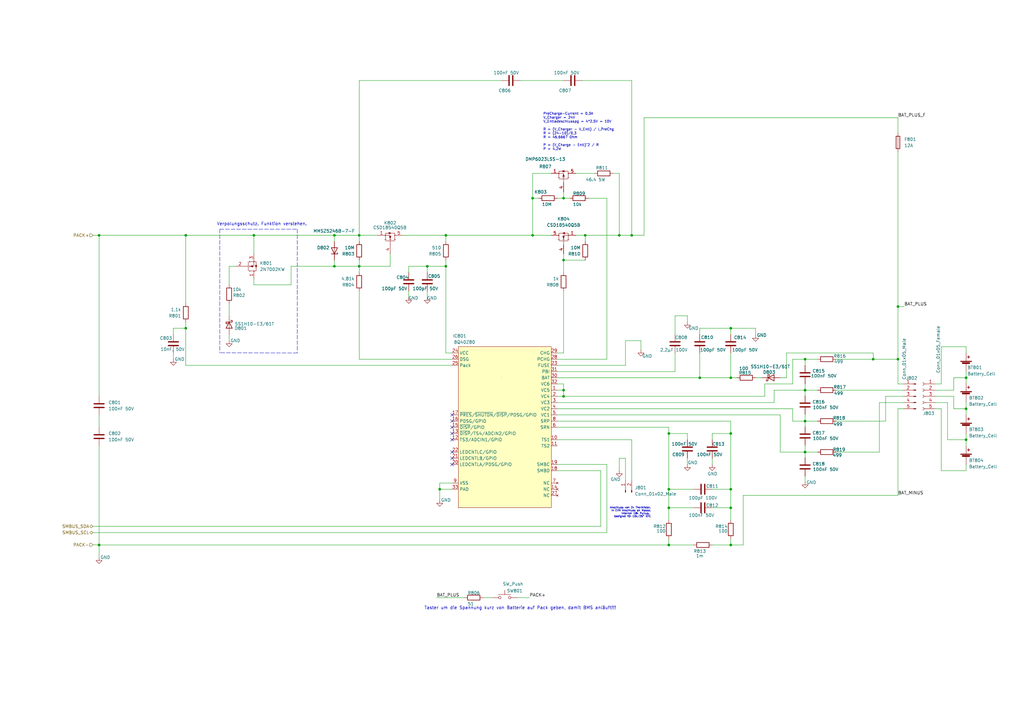
<source format=kicad_sch>
(kicad_sch (version 20250114) (generator "eeschema") (generator_version "9.0")
  (paper "A3")
  (title_block (date "2022-01-24"))
  (lib_symbols
    (symbol "Connector:Conn_01x02_Male" (pin_names (offset 1.016) (hide yes))
      (property "Reference" "J" (at 0 2.54 0))
      (property "Value" "Conn_01x02_Male" (at 0 -5.08 0))
      (symbol "Conn_01x02_Male_1_1"
        (rectangle (start 0.8636 0.127) (end 0 -0.127) (stroke (width 0.1524)) (fill (type outline)))
        (rectangle (start 0.8636 -2.413) (end 0 -2.667) (stroke (width 0.1524)) (fill (type outline)))
        (polyline (pts (xy 1.27 0) (xy 0.8636 0)) (stroke (width 0.1524)))
        (polyline (pts (xy 1.27 -2.54) (xy 0.8636 -2.54)) (stroke (width 0.1524)))
        (pin passive line (at 5.08 0 180) (length 3.81) (name "Pin_1") (number "1"))
        (pin passive line (at 5.08 -2.54 180) (length 3.81) (name "Pin_2") (number "2"))
      )
    )
    (symbol "Connector:Conn_01x05_Female" (pin_names (offset 1.016) (hide yes))
      (property "Reference" "J" (at 0 7.62 0))
      (property "Value" "Conn_01x05_Female" (at 0 -7.62 0))
      (symbol "Conn_01x05_Female_1_1"
        (polyline (pts (xy -1.27 5.08) (xy -0.508 5.08)) (stroke (width 0.1524)))
        (polyline (pts (xy -1.27 2.54) (xy -0.508 2.54)) (stroke (width 0.1524)))
        (polyline (pts (xy -1.27 0) (xy -0.508 0)) (stroke (width 0.1524)))
        (polyline (pts (xy -1.27 -2.54) (xy -0.508 -2.54)) (stroke (width 0.1524)))
        (polyline (pts (xy -1.27 -5.08) (xy -0.508 -5.08)) (stroke (width 0.1524)))
        (arc (start 0 4.572) (mid -0.5058 5.08) (end 0 5.588) (stroke (width 0.1524)))
        (arc (start 0 2.032) (mid -0.5058 2.54) (end 0 3.048) (stroke (width 0.1524)))
        (arc (start 0 -0.508) (mid -0.5058 0) (end 0 0.508) (stroke (width 0.1524)))
        (arc (start 0 -3.048) (mid -0.5058 -2.54) (end 0 -2.032) (stroke (width 0.1524)))
        (arc (start 0 -5.588) (mid -0.5058 -5.08) (end 0 -4.572) (stroke (width 0.1524)))
        (pin passive line (at -5.08 5.08 0) (length 3.81) (name "Pin_1") (number "1"))
        (pin passive line (at -5.08 2.54 0) (length 3.81) (name "Pin_2") (number "2"))
        (pin passive line (at -5.08 0 0) (length 3.81) (name "Pin_3") (number "3"))
        (pin passive line (at -5.08 -2.54 0) (length 3.81) (name "Pin_4") (number "4"))
        (pin passive line (at -5.08 -5.08 0) (length 3.81) (name "Pin_5") (number "5"))
      )
    )
    (symbol "Connector:Conn_01x05_Male" (pin_names (offset 1.016) (hide yes))
      (property "Reference" "J" (at 0 7.62 0))
      (property "Value" "Conn_01x05_Male" (at 0 -7.62 0))
      (symbol "Conn_01x05_Male_1_1"
        (rectangle (start 0.8636 5.207) (end 0 4.953) (stroke (width 0.1524)) (fill (type outline)))
        (rectangle (start 0.8636 2.667) (end 0 2.413) (stroke (width 0.1524)) (fill (type outline)))
        (rectangle (start 0.8636 0.127) (end 0 -0.127) (stroke (width 0.1524)) (fill (type outline)))
        (rectangle (start 0.8636 -2.413) (end 0 -2.667) (stroke (width 0.1524)) (fill (type outline)))
        (rectangle (start 0.8636 -4.953) (end 0 -5.207) (stroke (width 0.1524)) (fill (type outline)))
        (polyline (pts (xy 1.27 5.08) (xy 0.8636 5.08)) (stroke (width 0.1524)))
        (polyline (pts (xy 1.27 2.54) (xy 0.8636 2.54)) (stroke (width 0.1524)))
        (polyline (pts (xy 1.27 0) (xy 0.8636 0)) (stroke (width 0.1524)))
        (polyline (pts (xy 1.27 -2.54) (xy 0.8636 -2.54)) (stroke (width 0.1524)))
        (polyline (pts (xy 1.27 -5.08) (xy 0.8636 -5.08)) (stroke (width 0.1524)))
        (pin passive line (at 5.08 5.08 180) (length 3.81) (name "Pin_1") (number "1"))
        (pin passive line (at 5.08 2.54 180) (length 3.81) (name "Pin_2") (number "2"))
        (pin passive line (at 5.08 0 180) (length 3.81) (name "Pin_3") (number "3"))
        (pin passive line (at 5.08 -2.54 180) (length 3.81) (name "Pin_4") (number "4"))
        (pin passive line (at 5.08 -5.08 180) (length 3.81) (name "Pin_5") (number "5"))
      )
    )
    (symbol "Device:Battery_Cell" (pin_numbers (hide yes)) (pin_names (offset 0) (hide yes))
      (property "Reference" "BT" (at 2.54 2.54 0))
      (property "Value" "Battery_Cell" (at 2.54 0 0))
      (symbol "Battery_Cell_0_1"
        (rectangle (start -2.286 1.778) (end 2.286 1.524) (fill (type outline)))
        (rectangle (start -1.5748 1.1938) (end 1.4732 0.6858) (fill (type outline)))
        (polyline (pts (xy 0 1.778) (xy 0 2.54)))
        (polyline (pts (xy 0 0.762) (xy 0 0)))
        (polyline (pts (xy 0.508 3.429) (xy 1.524 3.429)) (stroke (width 0.254)))
        (polyline (pts (xy 1.016 3.937) (xy 1.016 2.921)) (stroke (width 0.254)))
      )
      (symbol "Battery_Cell_1_1"
        (pin passive line (at 0 5.08 270) (length 2.54) (name "+") (number "1"))
        (pin passive line (at 0 -2.54 90) (length 2.54) (name "-") (number "2"))
      )
    )
    (symbol "Device:C" (pin_numbers (hide yes)) (pin_names (offset 0.254))
      (property "Reference" "C" (at 0.635 2.54 0))
      (property "Value" "C" (at 0.635 -2.54 0))
      (symbol "C_0_1"
        (polyline (pts (xy -2.032 0.762) (xy 2.032 0.762)) (stroke (width 0.508)))
        (polyline (pts (xy -2.032 -0.762) (xy 2.032 -0.762)) (stroke (width 0.508)))
      )
      (symbol "C_1_1"
        (pin passive line (at 0 3.81 270) (length 2.794) (name "~") (number "1"))
        (pin passive line (at 0 -3.81 90) (length 2.794) (name "~") (number "2"))
      )
    )
    (symbol "Device:D_Schottky" (pin_numbers (hide yes)) (pin_names (offset 1.016) (hide yes))
      (property "Reference" "D" (at 0 2.54 0))
      (property "Value" "D_Schottky" (at 0 -2.54 0))
      (symbol "D_Schottky_0_1"
        (polyline (pts (xy -1.905 0.635) (xy -1.905 1.27) (xy -1.27 1.27) (xy -1.27 -1.27) (xy -0.635 -1.27) (xy -0.635 -0.635)) (stroke (width 0.254)))
        (polyline (pts (xy 1.27 1.27) (xy 1.27 -1.27) (xy -1.27 0) (xy 1.27 1.27)) (stroke (width 0.254)))
        (polyline (pts (xy 1.27 0) (xy -1.27 0)))
      )
      (symbol "D_Schottky_1_1"
        (pin passive line (at -3.81 0 0) (length 2.54) (name "K") (number "1"))
        (pin passive line (at 3.81 0 180) (length 2.54) (name "A") (number "2"))
      )
    )
    (symbol "Device:D_Zener" (pin_numbers (hide yes)) (pin_names (offset 1.016) (hide yes))
      (property "Reference" "D" (at 0 2.54 0))
      (property "Value" "D_Zener" (at 0 -2.54 0))
      (symbol "D_Zener_0_1"
        (polyline (pts (xy -1.27 -1.27) (xy -1.27 1.27) (xy -0.762 1.27)) (stroke (width 0.254)))
        (polyline (pts (xy 1.27 0) (xy -1.27 0)))
        (polyline (pts (xy 1.27 -1.27) (xy 1.27 1.27) (xy -1.27 0) (xy 1.27 -1.27)) (stroke (width 0.254)))
      )
      (symbol "D_Zener_1_1"
        (pin passive line (at -3.81 0 0) (length 2.54) (name "K") (number "1"))
        (pin passive line (at 3.81 0 180) (length 2.54) (name "A") (number "2"))
      )
    )
    (symbol "Device:Fuse" (pin_numbers (hide yes)) (pin_names (offset 0))
      (property "Reference" "F" (at 2.032 0 90))
      (property "Value" "Fuse" (at -1.905 0 90))
      (symbol "Fuse_0_1"
        (rectangle (start -0.762 -2.54) (end 0.762 2.54) (stroke (width 0.254)))
        (polyline (pts (xy 0 2.54) (xy 0 -2.54)))
      )
      (symbol "Fuse_1_1"
        (pin passive line (at 0 3.81 270) (length 1.27) (name "~") (number "1"))
        (pin passive line (at 0 -3.81 90) (length 1.27) (name "~") (number "2"))
      )
    )
    (symbol "Device:R" (pin_numbers (hide yes)) (pin_names (offset 0))
      (property "Reference" "R" (at 2.032 0 90))
      (property "Value" "R" (at 0 0 90))
      (symbol "R_0_1"
        (rectangle (start -1.016 -2.54) (end 1.016 2.54) (stroke (width 0.254)))
      )
      (symbol "R_1_1"
        (pin passive line (at 0 3.81 270) (length 1.27) (name "~") (number "1"))
        (pin passive line (at 0 -3.81 90) (length 1.27) (name "~") (number "2"))
      )
    )
    (symbol "HER_Symbole:BQ40Z80"
      (property "Reference" "U?" (at -6.985 -7.62 0))
      (property "Value" "BQ40Z80" (at -6.985 -10.16 0))
      (symbol "BQ40Z80_0_1"
        (rectangle (start -12.7 -12.7) (end 25.4 -78.74) (fill (type background)))
        (rectangle (start 7.62 -25.4) (end 7.62 -25.4))
      )
      (symbol "BQ40Z80_1_1"
        (pin output line (at -15.24 -15.24 0) (length 2.54) (name "CHG") (number "29"))
        (pin output line (at -15.24 -17.78 0) (length 2.54) (name "PCHG") (number "28"))
        (pin output line (at -15.24 -20.32 0) (length 2.54) (name "FUSE") (number "23"))
        (pin power_in line (at -15.24 -22.86 0) (length 2.54) (name "PBI") (number "31"))
        (pin power_in line (at -15.24 -25.4 0) (length 2.54) (name "BAT") (number "30"))
        (pin input line (at -15.24 -27.94 0) (length 2.54) (name "VC6") (number "32"))
        (pin input line (at -15.24 -30.48 0) (length 2.54) (name "VC5") (number "1"))
        (pin input line (at -15.24 -33.02 0) (length 2.54) (name "VC4") (number "2"))
        (pin input line (at -15.24 -35.56 0) (length 2.54) (name "VC3") (number "3"))
        (pin input line (at -15.24 -38.1 0) (length 2.54) (name "VC2") (number "4"))
        (pin input line (at -15.24 -40.64 0) (length 2.54) (name "VC1") (number "5"))
        (pin input line (at -15.24 -43.18 0) (length 2.54) (name "SRP") (number "8"))
        (pin input line (at -15.24 -45.72 0) (length 2.54) (name "SRN") (number "6"))
        (pin bidirectional line (at -15.24 -50.8 0) (length 2.54) (name "TS1") (number "10"))
        (pin input line (at -15.24 -53.34 0) (length 2.54) (name "TS2") (number "11"))
        (pin bidirectional line (at -15.24 -60.96 0) (length 2.54) (name "SMBC") (number "19"))
        (pin bidirectional line (at -15.24 -63.5 0) (length 2.54) (name "SMBD") (number "18"))
        (pin no_connect line (at -15.24 -68.58 0) (length 2.54) (name "NC") (number "7"))
        (pin no_connect line (at -15.24 -71.12 0) (length 2.54) (name "NC") (number "14"))
        (pin no_connect line (at -15.24 -73.66 0) (length 2.54) (name "NC") (number "27"))
        (pin power_in line (at 27.94 -15.24 180) (length 2.54) (name "VCC") (number "24"))
        (pin output line (at 27.94 -17.78 180) (length 2.54) (name "DSG") (number "26"))
        (pin output line (at 27.94 -20.32 180) (length 2.54) (name "Pack") (number "25"))
        (pin bidirectional line (at 27.94 -40.64 180) (length 2.54) (name "~{PRES}/~{SHUTDN}/~{DISP}/PDSG/GPIO") (number "17"))
        (pin bidirectional line (at 27.94 -43.18 180) (length 2.54) (name "PDSG/GPIO") (number "16"))
        (pin bidirectional line (at 27.94 -45.72 180) (length 2.54) (name "~{DISP}/GPIO") (number "15"))
        (pin bidirectional line (at 27.94 -48.26 180) (length 2.54) (name "~{DISP}/TS4/ADCIN2/GPIO") (number "13"))
        (pin bidirectional line (at 27.94 -50.8 180) (length 2.54) (name "TS3/ADCIN1/GPIO") (number "12"))
        (pin output line (at 27.94 -55.88 180) (length 2.54) (name "LEDCNTLC/GPIO") (number "22"))
        (pin output line (at 27.94 -58.42 180) (length 2.54) (name "LEDCNTLB/GPIO") (number "21"))
        (pin output line (at 27.94 -60.96 180) (length 2.54) (name "LEDCNTLA/PDSG/GPIO") (number "20"))
        (pin power_in line (at 27.94 -68.58 180) (length 2.54) (name "VSS") (number "9"))
        (pin passive line (at 27.94 -71.12 180) (length 2.54) (name "PAD") (number "33"))
      )
    )
    (symbol "HER_Symbole:NMOS_FET"
      (property "Reference" "K" (at 5.461 2.159 0))
      (property "Value" "NMOS_FET" (at 8.255 5.334 0))
      (symbol "NMOS_FET_0_1"
        (polyline (pts (xy -3.81 0) (xy -2.286 0)))
        (polyline (pts (xy -2.286 -1.905) (xy -2.286 1.905)))
        (polyline (pts (xy -1.778 2.286) (xy -1.778 1.524)))
        (polyline (pts (xy -1.778 1.905) (xy 0 1.905)))
        (polyline (pts (xy -1.778 0.381) (xy -1.778 -0.381)))
        (polyline (pts (xy -1.778 0) (xy 0 0) (xy 0 2.032)))
        (polyline (pts (xy -1.778 -1.524) (xy -1.778 -2.286)))
        (polyline (pts (xy -1.778 -1.905) (xy 0.254 -1.905) (xy 0.889 -1.905) (xy 0.889 1.905) (xy 0.254 1.905) (xy 0 1.905)))
        (polyline (pts (xy -1.397 0) (xy -0.508 0.381) (xy -0.508 -0.381) (xy -1.397 0)) (fill (type outline)))
        (circle (center 0 1.905) (radius 0.127))
        (circle (center 0 -1.905) (radius 0.127))
        (polyline (pts (xy 0.508 -0.254) (xy 1.27 -0.254)))
        (polyline (pts (xy 0.889 -0.254) (xy 1.27 0.381) (xy 0.508 0.381) (xy 0.889 -0.254)) (fill (type outline)))
      )
      (symbol "NMOS_FET_1_1"
        (pin passive line (at -7.62 0 0) (length 3.81) (name "") (number "2"))
        (pin passive line (at 0 5.08 270) (length 3.048) (name "") (number "3"))
        (pin passive line (at 0 -5.08 90) (length 3.048) (name "") (number "1"))
      )
    )
    (symbol "HER_Symbole:NMOS_FET_8-Pin+EP"
      (property "Reference" "K" (at 0.127 4.318 0))
      (property "Value" "NMOS_FET_8-Pin+EP" (at -3.81 7.366 0))
      (symbol "NMOS_FET_8-Pin+EP_0_1"
        (polyline (pts (xy 3.81 0) (xy 5.334 0)))
        (polyline (pts (xy 5.334 -1.905) (xy 5.334 1.905)))
        (polyline (pts (xy 5.842 2.286) (xy 5.842 1.524)))
        (polyline (pts (xy 5.842 1.905) (xy 7.62 1.905)))
        (polyline (pts (xy 5.842 0.381) (xy 5.842 -0.381)))
        (polyline (pts (xy 5.842 0) (xy 7.62 0) (xy 7.62 2.032)))
        (polyline (pts (xy 5.842 -1.524) (xy 5.842 -2.286)))
        (polyline (pts (xy 5.842 -1.905) (xy 7.874 -1.905) (xy 8.509 -1.905) (xy 8.509 1.905) (xy 7.874 1.905) (xy 7.62 1.905)))
        (polyline (pts (xy 6.35 0) (xy 7.239 0.381) (xy 7.239 -0.381) (xy 6.35 0)) (fill (type outline)))
        (circle (center 7.62 1.905) (radius 0.127))
        (circle (center 7.62 -1.905) (radius 0.127))
        (polyline (pts (xy 8.128 -0.127) (xy 8.89 -0.127)))
        (polyline (pts (xy 8.509 -0.127) (xy 8.128 0.508) (xy 8.89 0.508) (xy 8.509 -0.127)) (fill (type outline)))
      )
      (symbol "NMOS_FET_8-Pin+EP_1_1"
        (pin passive line (at 0 0 0) (length 3.81) (name "") (number "4"))
        (pin passive line (at 7.62 5.08 270) (length 3.048) (name "") (number "1"))
        (pin passive line (at 7.62 5.08 270) (length 3.048) (hide yes) (name "") (number "2"))
        (pin passive line (at 7.62 5.08 270) (length 3.048) (hide yes) (name "") (number "3"))
        (pin passive line (at 7.62 -5.08 90) (length 3.048) (name "") (number "5"))
        (pin passive line (at 7.62 -5.08 90) (length 3.048) (hide yes) (name "") (number "6"))
        (pin passive line (at 7.62 -5.08 90) (length 3.048) (hide yes) (name "") (number "7"))
        (pin passive line (at 7.62 -5.08 90) (length 3.048) (hide yes) (name "") (number "8"))
        (pin passive line (at 7.62 -5.08 90) (length 3.048) (hide yes) (name "") (number "9"))
      )
    )
    (symbol "HER_Symbole:PMOS_FET_SOIC-8"
      (property "Reference" "K" (at 0.127 4.318 0))
      (property "Value" "PMOS_FET_SOIC-8" (at -3.81 7.366 0))
      (symbol "PMOS_FET_SOIC-8_0_1"
        (polyline (pts (xy 3.81 0) (xy 5.334 0)))
        (polyline (pts (xy 5.334 -1.905) (xy 5.334 1.905)))
        (polyline (pts (xy 5.842 2.286) (xy 5.842 1.524)))
        (polyline (pts (xy 5.842 1.905) (xy 7.62 1.905)))
        (polyline (pts (xy 5.842 0.381) (xy 5.842 -0.381)))
        (polyline (pts (xy 5.842 0) (xy 7.62 0) (xy 7.62 2.032)))
        (polyline (pts (xy 5.842 -1.524) (xy 5.842 -2.286)))
        (polyline (pts (xy 5.842 -1.905) (xy 7.874 -1.905) (xy 8.509 -1.905) (xy 8.509 1.905) (xy 7.874 1.905) (xy 7.62 1.905)))
        (polyline (pts (xy 7.239 0) (xy 6.35 -0.381) (xy 6.35 0.381) (xy 7.239 0)) (fill (type outline)))
        (circle (center 7.62 1.905) (radius 0.127))
        (circle (center 7.62 -1.905) (radius 0.127))
        (polyline (pts (xy 8.128 0.381) (xy 8.89 0.381)))
        (polyline (pts (xy 8.509 0.381) (xy 8.128 -0.254) (xy 8.89 -0.254) (xy 8.509 0.381)) (fill (type outline)))
      )
      (symbol "PMOS_FET_SOIC-8_1_1"
        (pin passive line (at 0 0 0) (length 3.81) (name "") (number "4"))
        (pin passive line (at 7.62 5.08 270) (length 3.048) (name "") (number "1"))
        (pin passive line (at 7.62 5.08 270) (length 3.048) (hide yes) (name "") (number "2"))
        (pin passive line (at 7.62 5.08 270) (length 3.048) (hide yes) (name "") (number "3"))
        (pin passive line (at 7.62 -5.08 90) (length 3.048) (name "") (number "5"))
        (pin passive line (at 7.62 -5.08 90) (length 3.048) (hide yes) (name "") (number "6"))
        (pin passive line (at 7.62 -5.08 90) (length 3.048) (hide yes) (name "") (number "7"))
        (pin passive line (at 7.62 -5.08 90) (length 3.048) (hide yes) (name "") (number "8"))
      )
    )
    (symbol "Switch:SW_Push" (pin_numbers (hide yes)) (pin_names (offset 1.016) (hide yes))
      (property "Reference" "SW" (at 1.27 2.54 0))
      (property "Value" "SW_Push" (at 0 -1.524 0))
      (symbol "SW_Push_0_1"
        (circle (center -2.032 0) (radius 0.508))
        (polyline (pts (xy 0 1.27) (xy 0 3.048)))
        (circle (center 2.032 0) (radius 0.508))
        (polyline (pts (xy 2.54 1.27) (xy -2.54 1.27)))
        (pin passive line (at -5.08 0 0) (length 2.54) (name "1") (number "1"))
        (pin passive line (at 5.08 0 180) (length 2.54) (name "2") (number "2"))
      )
    )
    (symbol "power:GND" (power) (pin_names (offset 0))
      (property "Value" "GND" (at 0 -3.81 0))
      (symbol "GND_0_1"
        (polyline (pts (xy 0 0) (xy 0 -1.27) (xy 1.27 -1.27) (xy 0 -2.54) (xy -1.27 -1.27) (xy 0 -1.27)))
      )
      (symbol "GND_1_1"
        (pin power_in line (at 0 0 270) (length 0) (hide yes) (name "GND") (number "1"))
      )
    )
  )
  (text "PreCharge-Current = 0,3A\nV_Charger = 24V\nV_Entladeschlusspg = 4*2,5V = 10V\n\nR = (V_Charger - V_Entl) / I_PreChg\nR = (24-10)/0,3\nR = 46,6667 Ohm\n\nP = (V_Charge - Entl)^2 / R\nP = 4,2W" (at 222.758 61.849 0) (effects (font (size 1 1)) (justify left bottom)))
  (text "Verpolungsschutz. Funktion verstehen." (at 88.9 92.71 0) (effects (font (size 1.27 1.27)) (justify left bottom)))
  (text "Anschluss von 2x Thermistor.\nIn EVM Anschluss an Masse.\nInterner 18k Pullup. \nGeeignet für 10k/25° NTC" (at 267.0175 212.4075 0) (effects (font (size 0.75 0.75)) (justify right bottom)))
  (text "Taster um die Spannung kurz von Batterie auf Pack geben, damit BMS anläuft!!!" (at 173.99 250.19 0) (effects (font (size 1.27 1.27)) (justify left bottom)))
  (junction (at 231.14 81.28))
  (junction (at 274.32 208.28))
  (junction (at 330.2 185.42))
  (junction (at 104.14 96.52))
  (junction (at 299.72 154.94))
  (junction (at 240.03 96.52))
  (junction (at 396.24 167.64))
  (junction (at 76.2 134.62))
  (junction (at 274.32 223.52))
  (junction (at 182.88 109.22))
  (junction (at 254 96.52))
  (junction (at 358.14 147.32))
  (junction (at 299.72 208.28))
  (junction (at 40.64 223.52))
  (junction (at 175.26 109.22))
  (junction (at 76.2 96.52))
  (junction (at 330.2 147.32))
  (junction (at 218.44 96.52))
  (junction (at 368.3 125.73))
  (junction (at 147.32 109.22))
  (junction (at 396.24 154.94))
  (junction (at 40.64 96.52))
  (junction (at 231.14 162.56))
  (junction (at 287.02 154.94))
  (junction (at 147.32 96.52))
  (junction (at 137.16 109.22))
  (junction (at 299.72 200.66))
  (junction (at 330.2 160.02))
  (junction (at 299.72 223.52))
  (junction (at 274.32 177.8))
  (junction (at 259.08 96.52))
  (junction (at 137.16 96.52))
  (junction (at 299.72 177.8))
  (junction (at 330.2 172.72))
  (junction (at 218.44 81.28))
  (junction (at 180.34 200.66))
  (junction (at 231.14 160.02))
  (junction (at 274.32 200.66))
  (junction (at 368.3 147.32))
  (junction (at 182.88 96.52))
  (junction (at 299.72 134.62))
  (junction (at 396.24 180.34))
  (junction (at 231.14 106.68))
  (no_connect (at 185.42 170.18))
  (no_connect (at 185.42 180.34))
  (no_connect (at 185.42 177.8))
  (no_connect (at 185.42 175.26))
  (no_connect (at 185.42 172.72))
  (no_connect (at 185.42 190.5))
  (no_connect (at 185.42 187.96))
  (no_connect (at 185.42 185.42))
  (wire (pts (xy 335.28 172.72) (xy 330.2 172.72)))
  (wire (pts (xy 330.2 160.02) (xy 330.2 162.306)))
  (wire (pts (xy 231.14 157.48) (xy 231.14 160.02)))
  (wire (pts (xy 40.64 170.18) (xy 40.64 175.26)))
  (wire (pts (xy 335.28 160.02) (xy 330.2 160.02)))
  (wire (pts (xy 119.38 109.22) (xy 137.16 109.22)))
  (wire (pts (xy 147.32 147.32) (xy 185.42 147.32)))
  (wire (pts (xy 104.14 96.52) (xy 137.16 96.52)))
  (wire (pts (xy 287.02 134.62) (xy 287.02 137.16)))
  (wire (pts (xy 299.72 220.98) (xy 299.72 223.52)))
  (wire (pts (xy 383.54 160.02) (xy 391.16 160.02)))
  (wire (pts (xy 281.94 187.96) (xy 281.94 190.5)))
  (wire (pts (xy 274.32 208.28) (xy 274.32 200.66)))
  (wire (pts (xy 299.72 172.72) (xy 299.72 177.8)))
  (wire (pts (xy 368.3 48.26) (xy 368.3 54.61)))
  (wire (pts (xy 231.14 81.28) (xy 233.68 81.28)))
  (wire (pts (xy 396.24 144.78) (xy 396.24 142.24)))
  (wire (pts (xy 370.586 162.56) (xy 363.22 162.56)))
  (wire (pts (xy 93.98 137.16) (xy 93.98 139.7)))
  (wire (pts (xy 231.14 119.38) (xy 231.14 144.78)))
  (wire (pts (xy 218.44 71.12) (xy 218.44 81.28)))
  (wire (pts (xy 185.42 144.78) (xy 182.88 144.78)))
  (wire (pts (xy 256.54 187.96) (xy 254 187.96)))
  (wire (pts (xy 240.03 96.52) (xy 240.03 99.06)))
  (polyline (pts (xy 90.17 93.98) (xy 121.92 93.98)) (stroke (width 0) (type dash)))
  (wire (pts (xy 96.52 109.22) (xy 93.98 109.22)))
  (wire (pts (xy 330.2 160.02) (xy 317.5 160.02)))
  (wire (pts (xy 368.3 125.73) (xy 368.3 147.32)))
  (wire (pts (xy 179.07 245.11) (xy 190.5 245.11)))
  (wire (pts (xy 386.08 193.04) (xy 396.24 193.04)))
  (wire (pts (xy 231.14 162.56) (xy 313.69 162.56)))
  (wire (pts (xy 119.38 116.84) (xy 119.38 109.22)))
  (wire (pts (xy 93.98 109.22) (xy 93.98 116.84)))
  (wire (pts (xy 218.44 96.52) (xy 226.06 96.52)))
  (wire (pts (xy 370.586 167.64) (xy 368.3 167.64)))
  (wire (pts (xy 284.48 208.28) (xy 274.32 208.28)))
  (wire (pts (xy 212.09 245.11) (xy 217.17 245.11)))
  (wire (pts (xy 330.2 169.926) (xy 330.2 172.72)))
  (wire (pts (xy 254 187.96) (xy 254 193.04)))
  (wire (pts (xy 309.88 134.62) (xy 309.88 137.4775)))
  (wire (pts (xy 231.14 104.14) (xy 231.14 106.68)))
  (wire (pts (xy 180.34 200.66) (xy 185.42 200.66)))
  (wire (pts (xy 304.8 223.52) (xy 304.8 203.2)))
  (wire (pts (xy 147.32 119.38) (xy 147.32 147.32)))
  (wire (pts (xy 368.3 62.23) (xy 368.3 125.73)))
  (polyline (pts (xy 121.92 119.126) (xy 121.92 144.78)) (stroke (width 0) (type dash)))
  (wire (pts (xy 322.58 144.78) (xy 322.58 154.94)))
  (wire (pts (xy 386.08 167.64) (xy 386.08 193.04)))
  (wire (pts (xy 342.9 147.32) (xy 358.14 147.32)))
  (wire (pts (xy 299.72 177.8) (xy 292.1 177.8)))
  (wire (pts (xy 370.84 125.73) (xy 368.3 125.73)))
  (wire (pts (xy 388.62 180.34) (xy 396.24 180.34)))
  (wire (pts (xy 71.12 134.62) (xy 71.12 137.16)))
  (wire (pts (xy 104.14 96.52) (xy 104.14 104.14)))
  (wire (pts (xy 299.72 208.28) (xy 292.1 208.28)))
  (wire (pts (xy 40.64 96.52) (xy 76.2 96.52)))
  (wire (pts (xy 325.12 147.32) (xy 325.12 157.48)))
  (wire (pts (xy 330.2 149.86) (xy 330.2 147.32)))
  (wire (pts (xy 330.2 195.326) (xy 330.2 197.612)))
  (wire (pts (xy 335.28 185.42) (xy 330.2 185.42)))
  (wire (pts (xy 228.6 81.28) (xy 231.14 81.28)))
  (wire (pts (xy 231.14 160.02) (xy 231.14 162.56)))
  (wire (pts (xy 256.54 139.7) (xy 262.89 139.7)))
  (wire (pts (xy 299.72 223.52) (xy 304.8 223.52)))
  (wire (pts (xy 330.2 182.626) (xy 330.2 185.42)))
  (wire (pts (xy 228.6 144.78) (xy 231.14 144.78)))
  (wire (pts (xy 160.02 109.22) (xy 160.02 104.14)))
  (wire (pts (xy 281.94 177.8) (xy 281.94 180.34)))
  (wire (pts (xy 299.72 144.78) (xy 299.72 154.94)))
  (wire (pts (xy 254 96.52) (xy 259.08 96.52)))
  (wire (pts (xy 342.9 160.02) (xy 370.586 160.02)))
  (wire (pts (xy 299.72 134.62) (xy 287.02 134.62)))
  (wire (pts (xy 254 71.12) (xy 254 96.52)))
  (wire (pts (xy 342.9 172.72) (xy 363.22 172.72)))
  (wire (pts (xy 228.6 172.72) (xy 299.72 172.72)))
  (wire (pts (xy 360.68 165.1) (xy 360.68 185.42)))
  (wire (pts (xy 147.32 96.52) (xy 147.32 33.02)))
  (wire (pts (xy 299.72 177.8) (xy 299.72 200.66)))
  (wire (pts (xy 137.16 96.52) (xy 147.32 96.52)))
  (wire (pts (xy 330.2 185.42) (xy 330.2 187.706)))
  (wire (pts (xy 147.32 96.52) (xy 147.32 99.06)))
  (wire (pts (xy 386.08 142.24) (xy 386.08 157.48)))
  (wire (pts (xy 325.12 167.64) (xy 325.12 172.72)))
  (wire (pts (xy 322.58 144.78) (xy 358.14 144.78)))
  (wire (pts (xy 358.14 147.32) (xy 358.14 144.78)))
  (wire (pts (xy 175.26 119.38) (xy 175.26 121.92)))
  (wire (pts (xy 383.54 162.56) (xy 391.16 162.56)))
  (wire (pts (xy 137.16 96.52) (xy 137.16 99.06)))
  (wire (pts (xy 330.2 185.42) (xy 320.04 185.42)))
  (wire (pts (xy 40.64 96.52) (xy 40.64 162.56)))
  (wire (pts (xy 299.72 134.62) (xy 309.88 134.62)))
  (wire (pts (xy 182.88 99.06) (xy 182.88 96.52)))
  (wire (pts (xy 228.6 152.4) (xy 276.86 152.4)))
  (wire (pts (xy 167.64 109.22) (xy 167.64 111.76)))
  (wire (pts (xy 240.03 96.52) (xy 254 96.52)))
  (wire (pts (xy 274.32 200.66) (xy 274.32 177.8)))
  (wire (pts (xy 391.16 154.94) (xy 396.24 154.94)))
  (wire (pts (xy 284.48 223.52) (xy 274.32 223.52)))
  (wire (pts (xy 76.2 96.52) (xy 104.14 96.52)))
  (wire (pts (xy 228.6 154.94) (xy 287.02 154.94)))
  (wire (pts (xy 396.24 180.34) (xy 396.24 182.88)))
  (wire (pts (xy 104.14 116.84) (xy 119.38 116.84)))
  (wire (pts (xy 299.72 200.66) (xy 299.72 208.28)))
  (wire (pts (xy 226.06 71.12) (xy 218.44 71.12)))
  (wire (pts (xy 396.24 154.94) (xy 396.24 157.226)))
  (polyline (pts (xy 121.92 119.38) (xy 121.92 119.126)) (stroke (width 0) (type dash)))
  (wire (pts (xy 383.54 157.48) (xy 386.08 157.48)))
  (wire (pts (xy 256.54 187.96) (xy 256.54 196.85)))
  (wire (pts (xy 147.32 96.52) (xy 154.94 96.52)))
  (wire (pts (xy 185.42 149.86) (xy 76.2 149.86)))
  (wire (pts (xy 228.6 162.56) (xy 231.14 162.56)))
  (wire (pts (xy 40.64 223.52) (xy 274.32 223.52)))
  (wire (pts (xy 38.1 223.4565) (xy 40.64 223.52)))
  (wire (pts (xy 368.3 147.32) (xy 368.3 157.48)))
  (wire (pts (xy 396.24 142.24) (xy 386.08 142.24)))
  (wire (pts (xy 330.2 147.32) (xy 325.12 147.32)))
  (wire (pts (xy 38.1 215.9) (xy 246.38 215.9)))
  (wire (pts (xy 228.6 167.64) (xy 325.12 167.64)))
  (wire (pts (xy 320.04 154.94) (xy 322.58 154.94)))
  (wire (pts (xy 246.38 193.04) (xy 228.6 193.04)))
  (wire (pts (xy 274.32 177.8) (xy 281.94 177.8)))
  (wire (pts (xy 330.2 157.48) (xy 330.2 160.02)))
  (wire (pts (xy 236.22 71.12) (xy 243.84 71.12)))
  (wire (pts (xy 147.32 33.02) (xy 205.74 33.02)))
  (wire (pts (xy 309.88 154.94) (xy 312.42 154.94)))
  (wire (pts (xy 388.62 165.1) (xy 388.62 180.34)))
  (wire (pts (xy 147.32 106.68) (xy 147.32 109.22)))
  (wire (pts (xy 396.24 164.846) (xy 396.24 167.64)))
  (wire (pts (xy 383.54 167.64) (xy 386.08 167.64)))
  (wire (pts (xy 248.92 81.28) (xy 248.92 147.32)))
  (wire (pts (xy 76.2 124.46) (xy 76.2 96.52)))
  (wire (pts (xy 76.2 132.08) (xy 76.2 134.62)))
  (wire (pts (xy 274.32 175.26) (xy 274.32 177.8)))
  (wire (pts (xy 236.22 96.52) (xy 240.03 96.52)))
  (wire (pts (xy 104.14 114.3) (xy 104.14 116.84)))
  (wire (pts (xy 396.24 167.64) (xy 396.24 170.18)))
  (wire (pts (xy 292.1 187.96) (xy 292.1 190.5)))
  (wire (pts (xy 76.2 134.62) (xy 76.2 149.86)))
  (wire (pts (xy 360.68 165.1) (xy 370.586 165.1)))
  (wire (pts (xy 383.54 165.1) (xy 388.62 165.1)))
  (wire (pts (xy 167.64 119.38) (xy 167.64 121.92)))
  (wire (pts (xy 231.14 78.74) (xy 231.14 81.28)))
  (wire (pts (xy 165.1 96.52) (xy 182.88 96.52)))
  (wire (pts (xy 93.98 124.46) (xy 93.98 129.54)))
  (wire (pts (xy 38.1 218.44) (xy 248.92 218.44)))
  (wire (pts (xy 259.08 96.52) (xy 264.16 96.52)))
  (polyline (pts (xy 121.92 144.78) (xy 90.17 144.7165)) (stroke (width 0) (type dash)))
  (wire (pts (xy 274.32 208.28) (xy 274.32 213.36)))
  (wire (pts (xy 368.3 157.48) (xy 370.586 157.48)))
  (wire (pts (xy 396.24 177.8) (xy 396.24 180.34)))
  (wire (pts (xy 302.26 154.94) (xy 299.72 154.94)))
  (wire (pts (xy 313.69 157.48) (xy 325.12 157.48)))
  (wire (pts (xy 213.36 33.02) (xy 231.14 33.02)))
  (wire (pts (xy 38.1 96.52) (xy 40.64 96.52)))
  (wire (pts (xy 325.12 172.72) (xy 330.2 172.72)))
  (wire (pts (xy 182.88 106.68) (xy 182.88 109.22)))
  (wire (pts (xy 228.6 157.48) (xy 231.14 157.48)))
  (wire (pts (xy 276.86 129.54) (xy 276.86 137.16)))
  (wire (pts (xy 330.2 172.72) (xy 330.2 175.006)))
  (wire (pts (xy 274.32 200.66) (xy 284.48 200.66)))
  (wire (pts (xy 71.12 134.62) (xy 76.2 134.62)))
  (wire (pts (xy 262.89 139.7) (xy 262.89 143.51)))
  (wire (pts (xy 368.3 167.64) (xy 368.3 203.2)))
  (wire (pts (xy 246.38 215.9) (xy 246.38 193.04)))
  (wire (pts (xy 335.28 147.32) (xy 330.2 147.32)))
  (wire (pts (xy 264.16 48.26) (xy 368.3 48.26)))
  (wire (pts (xy 228.6 160.02) (xy 231.14 160.02)))
  (wire (pts (xy 228.6 180.34) (xy 259.08 180.34)))
  (polyline (pts (xy 90.17 93.98) (xy 90.17 144.7165)) (stroke (width 0) (type dash)))
  (wire (pts (xy 287.02 154.94) (xy 299.72 154.94)))
  (wire (pts (xy 231.14 106.68) (xy 240.03 106.68)))
  (wire (pts (xy 317.5 165.1) (xy 317.5 160.02)))
  (wire (pts (xy 218.44 81.28) (xy 220.98 81.28)))
  (wire (pts (xy 256.54 149.86) (xy 256.54 139.7)))
  (wire (pts (xy 358.14 147.32) (xy 368.3 147.32)))
  (wire (pts (xy 276.86 129.54) (xy 281.94 129.54)))
  (wire (pts (xy 228.6 175.26) (xy 274.32 175.26)))
  (wire (pts (xy 228.6 170.18) (xy 320.04 170.18)))
  (wire (pts (xy 299.72 223.52) (xy 292.1 223.52)))
  (wire (pts (xy 175.26 109.22) (xy 182.88 109.22)))
  (wire (pts (xy 137.16 106.68) (xy 137.16 109.22)))
  (wire (pts (xy 198.12 245.11) (xy 201.93 245.11)))
  (wire (pts (xy 228.6 147.32) (xy 248.92 147.32)))
  (wire (pts (xy 391.16 167.64) (xy 396.24 167.64)))
  (wire (pts (xy 259.08 33.02) (xy 259.08 96.52)))
  (wire (pts (xy 137.16 109.22) (xy 147.32 109.22)))
  (wire (pts (xy 292.1 177.8) (xy 292.1 180.34)))
  (wire (pts (xy 182.88 96.52) (xy 218.44 96.52)))
  (wire (pts (xy 228.6 149.86) (xy 256.54 149.86)))
  (wire (pts (xy 182.88 109.22) (xy 182.88 144.78)))
  (wire (pts (xy 342.9 185.42) (xy 360.68 185.42)))
  (wire (pts (xy 363.22 162.56) (xy 363.22 172.72)))
  (wire (pts (xy 391.16 162.56) (xy 391.16 167.64)))
  (wire (pts (xy 175.26 109.22) (xy 175.26 111.76)))
  (wire (pts (xy 264.16 48.26) (xy 264.16 96.52)))
  (wire (pts (xy 147.32 109.22) (xy 147.32 111.76)))
  (wire (pts (xy 40.64 223.52) (xy 40.64 228.6)))
  (polyline (pts (xy 121.92 93.98) (xy 121.92 119.38)) (stroke (width 0) (type dash)))
  (wire (pts (xy 147.32 109.22) (xy 160.02 109.22)))
  (wire (pts (xy 228.6 190.5) (xy 248.92 190.5)))
  (wire (pts (xy 251.46 71.12) (xy 254 71.12)))
  (wire (pts (xy 299.72 208.28) (xy 299.72 213.36)))
  (wire (pts (xy 276.86 144.78) (xy 276.86 152.4)))
  (wire (pts (xy 299.72 134.62) (xy 299.72 137.16)))
  (wire (pts (xy 292.1 200.66) (xy 299.72 200.66)))
  (wire (pts (xy 238.76 33.02) (xy 259.08 33.02)))
  (wire (pts (xy 71.12 144.78) (xy 71.12 147.32)))
  (wire (pts (xy 231.14 106.68) (xy 231.14 111.76)))
  (wire (pts (xy 241.3 81.28) (xy 248.92 81.28)))
  (wire (pts (xy 391.16 160.02) (xy 391.16 154.94)))
  (wire (pts (xy 180.34 200.66) (xy 180.34 205.105)))
  (wire (pts (xy 218.44 81.28) (xy 218.44 96.52)))
  (wire (pts (xy 259.08 180.34) (xy 259.08 196.85)))
  (wire (pts (xy 167.64 109.22) (xy 175.26 109.22)))
  (wire (pts (xy 287.02 144.78) (xy 287.02 154.94)))
  (wire (pts (xy 304.8 203.2) (xy 368.3 203.2)))
  (wire (pts (xy 320.04 185.42) (xy 320.04 170.18)))
  (wire (pts (xy 313.69 162.56) (xy 313.69 157.48)))
  (wire (pts (xy 274.32 223.52) (xy 274.32 220.98)))
  (wire (pts (xy 185.42 198.12) (xy 180.34 198.12)))
  (wire (pts (xy 396.24 193.04) (xy 396.24 190.5)))
  (wire (pts (xy 180.34 198.12) (xy 180.34 200.66)))
  (wire (pts (xy 228.6 165.1) (xy 317.5 165.1)))
  (wire (pts (xy 281.94 129.54) (xy 281.94 132.08)))
  (wire (pts (xy 248.92 190.5) (xy 248.92 218.44)))
  (wire (pts (xy 40.64 182.88) (xy 40.64 223.52)))
  (wire (pts (xy 396.24 152.4) (xy 396.24 154.94)))
  (label "BAT_PLUS" (at 370.84 125.73 0))
  (label "BAT_MINUS" (at 368.3 203.2 0))
  (label "PACK+" (at 217.17 245.11 0))
  (label "BAT_PLUS_F" (at 368.3 48.26 0))
  (label "BAT_PLUS" (at 179.07 245.11 0))
  (hierarchical_label "PACK+" (shape input) (at 38.1 96.52 180))
  (hierarchical_label "SMBUS_SDA" (shape bidirectional) (at 38.1 215.9 180))
  (hierarchical_label "PACK-" (shape input) (at 38.1 223.4565 180))
  (hierarchical_label "SMBUS_SCL" (shape bidirectional) (at 38.1 218.44 180))
  (symbol (lib_id "power:GND") (at 281.94 132.08 0) (unit 1)
    (property "Reference" "#PWR0808" (effects (hide yes)))
    (property "Value" "GND" (at 284.48 134.62 0))
  )
  (symbol (lib_id "Device:C") (at 330.2 191.516 0) (mirror y) (unit 1)
    (property "Reference" "C818" (at 338.328 190.246 0) (effects (justify left)))
    (property "Value" "100nF 50V" (at 343.916 192.532 0) (effects (justify left)))
    (property "Footprint" "Capacitor_SMD:C_0603_1608Metric" (effects (hide yes)))
  )
  (symbol (lib_id "Device:R") (at 147.32 102.87 180) (unit 1)
    (property "Reference" "R803" (at 145.415 104.1401 0) (effects (justify left)))
    (property "Value" "10M" (at 145.415 101.6001 0) (effects (justify left)))
    (property "Footprint" "Resistor_SMD:R_0603_1608Metric" (effects (hide yes)))
  )
  (symbol (lib_id "Device:D_Zener") (at 137.16 102.87 270) (mirror x) (unit 1)
    (property "Reference" "D802" (at 135.128 101.5999 90) (effects (justify right)))
    (property "Value" "MMSZ5246B-7-F" (at 145.542 94.742 90) (effects (justify right)))
    (property "Footprint" "Diode_SMD:D_SOD-123" (effects (hide yes)))
  )
  (symbol (lib_id "HER_Symbole:BQ40Z80") (at 213.36 129.54 0) (mirror y) (unit 1)
    (property "Reference" "IC801" (at 188.468 137.795 0))
    (property "Value" "BQ40Z80" (at 190.5 140.335 0))
    (property "Footprint" "Texas:RSM32 VQFN-32-1EP_4x4mm_P0.4mm_EP1.4x1.4mm_ThermalVias" (effects (hide yes)))
  )
  (symbol (lib_id "power:GND") (at 292.1 190.5 0) (mirror y) (unit 1)
    (property "Reference" "#PWR0810" (effects (hide yes)))
    (property "Value" "GND" (at 292.227 194.31 0))
  )
  (symbol (lib_id "Device:R") (at 224.79 81.28 270) (unit 1)
    (property "Reference" "R807" (at 221.107 68.326 90) (effects (justify left)))
    (property "Value" "10M" (at 222.25 83.82 90) (effects (justify left)))
    (property "Footprint" "Resistor_SMD:R_0603_1608Metric" (effects (hide yes)))
  )
  (symbol (lib_id "Device:C") (at 276.86 140.97 0) (mirror x) (unit 1)
    (property "Reference" "C808" (at 279.4 138.43 0))
    (property "Value" "2,2µF 100V" (at 276.352 143.51 0))
    (property "Footprint" "Capacitor_SMD:C_1812_4532Metric" (effects (hide yes)))
  )
  (symbol (lib_id "Connector:Conn_01x02_Male") (at 256.54 201.93 90) (unit 1)
    (property "Reference" "J801" (at 260.35 200.0249 90) (effects (justify right)))
    (property "Value" "Conn_01x02_Male" (at 260.35 202.5649 90) (effects (justify right)))
    (property "Footprint" "Connector_Molex:Molex_PicoBlade_53047-0210_1x02_P1.25mm_Vertical" (effects (hide yes)))
  )
  (symbol (lib_id "Device:C") (at 330.2 153.67 0) (mirror y) (unit 1)
    (property "Reference" "C815" (at 338.328 152.146 0) (effects (justify left)))
    (property "Value" "100nF 50V" (at 343.154 154.178 0) (effects (justify left)))
    (property "Footprint" "Capacitor_SMD:C_0603_1608Metric" (effects (hide yes)))
  )
  (symbol (lib_id "power:GND") (at 93.98 139.7 0) (mirror y) (unit 1)
    (property "Reference" "#PWR0803" (effects (hide yes)))
    (property "Value" "GND" (at 96.52 139.7 0))
  )
  (symbol (lib_id "Device:Battery_Cell") (at 396.24 149.86 0) (unit 1)
    (property "Reference" "BT801" (at 396.748 150.749 0) (effects (justify left)))
    (property "Value" "Battery_Cell" (at 396.748 153.289 0) (effects (justify left)))
  )
  (symbol (lib_id "Device:C") (at 40.64 179.07 0) (unit 1)
    (property "Reference" "C802" (at 44.45 177.7999 0) (effects (justify left)))
    (property "Value" "100nF 50V" (at 44.45 180.3399 0) (effects (justify left)))
    (property "Footprint" "Capacitor_SMD:C_0603_1608Metric" (effects (hide yes)))
  )
  (symbol (lib_id "HER_Symbole:NMOS_FET_8-Pin+EP") (at 160.02 104.14 90) (unit 1)
    (property "Reference" "K802" (at 160.02 91.44 90))
    (property "Value" "CSD18540Q5B" (at 159.893 93.345 90))
    (property "Footprint" "HER_Footprints:TI Q5B-Package" (effects (hide yes)))
    (property "Datasheet" "http://www.ti.com/lit/gpn/csd18540q5b" (effects (hide yes)))
  )
  (symbol (lib_id "Device:R") (at 194.31 245.11 270) (unit 1)
    (property "Reference" "R806" (at 191.77 243.205 90) (effects (justify left)))
    (property "Value" "51" (at 191.77 247.65 90) (effects (justify left)))
    (property "Footprint" "Resistor_SMD:R_0603_1608Metric" (effects (hide yes)))
  )
  (symbol (lib_id "Device:R") (at 182.88 102.87 180) (unit 1)
    (property "Reference" "R805" (at 180.975 104.1401 0) (effects (justify left)))
    (property "Value" "510" (at 180.975 101.6001 0) (effects (justify left)))
    (property "Footprint" "Resistor_SMD:R_0603_1608Metric" (effects (hide yes)))
  )
  (symbol (lib_id "HER_Symbole:PMOS_FET_SOIC-8") (at 231.14 78.74 90) (unit 1)
    (property "Reference" "K803" (at 221.742 78.74 90))
    (property "Value" "DMP6023LSS-13" (at 223.647 65.278 90))
    (property "Footprint" "Package_SO:SOIC-8_3.9x4.9mm_P1.27mm" (effects (hide yes)))
    (property "Datasheet" "http://www.onsemi.com/pub/Collateral/FDS2734-D.pdf" (effects (hide yes)))
  )
  (symbol (lib_id "Device:R") (at 339.09 172.72 270) (mirror x) (unit 1)
    (property "Reference" "R818" (at 344.17 171.45 90))
    (property "Value" "499" (at 343.662 173.99 90))
    (property "Footprint" "Resistor_SMD:R_0603_1608Metric" (effects (hide yes)))
  )
  (symbol (lib_id "Device:C") (at 234.95 33.02 270) (unit 1)
    (property "Reference" "C807" (at 231.775 37.1475 90))
    (property "Value" "100nF 50V" (at 232.41 29.845 90))
    (property "Footprint" "Capacitor_SMD:C_0603_1608Metric" (effects (hide yes)))
  )
  (symbol (lib_id "Device:Fuse") (at 368.3 58.42 0) (unit 1)
    (property "Reference" "F801" (at 370.84 57.1499 0) (effects (justify left)))
    (property "Value" "12A" (at 370.84 59.6899 0) (effects (justify left)))
    (property "Footprint" "Fuse:Fuse_1206_3216Metric" (effects (hide yes)))
    (property "Datasheet" "https://www.mouser.de/datasheet/2/54/Bourns_01_26_2024_SF_1206S_R_Datasheet-3398014.pdf" (effects (hide yes)))
    (property "Bauteilname" "Bourns_SF-1206S1200R-2" (effects (hide yes)))
  )
  (symbol (lib_id "power:GND") (at 175.26 121.92 0) (mirror y) (unit 1)
    (property "Reference" "#PWR0805" (effects (hide yes)))
    (property "Value" "GND" (at 177.165 122.2375 0))
  )
  (symbol (lib_id "Device:C") (at 167.64 115.57 0) (mirror x) (unit 1)
    (property "Reference" "C804" (at 165.1 113.792 0))
    (property "Value" "100pF 50V" (at 161.798 118.364 0))
    (property "Footprint" "Capacitor_SMD:C_0603_1608Metric" (effects (hide yes)))
  )
  (symbol (lib_id "Device:R") (at 93.98 120.65 180) (unit 1)
    (property "Reference" "R802" (at 100.584 121.158 0) (effects (justify left)))
    (property "Value" "10k" (at 99.06 118.745 0) (effects (justify left)))
    (property "Footprint" "Resistor_SMD:R_0603_1608Metric" (effects (hide yes)))
  )
  (symbol (lib_id "Device:C") (at 292.1 184.15 0) (mirror x) (unit 1)
    (property "Reference" "C813" (at 292.1 182.118 0) (effects (justify left)))
    (property "Value" "100nF 50V" (at 285.75 186.436 0) (effects (justify left)))
    (property "Footprint" "Capacitor_SMD:C_0603_1608Metric" (effects (hide yes)))
  )
  (symbol (lib_id "Device:R") (at 247.65 71.12 90) (unit 1)
    (property "Reference" "R811" (at 249.428 68.834 90) (effects (justify left)))
    (property "Value" "46.4 5W" (at 248.285 73.66 90) (effects (justify left)))
    (property "Footprint" "Sonstiges:R_4527_11570Metric" (effects (hide yes)))
  )
  (symbol (lib_id "Connector:Conn_01x05_Male") (at 375.666 162.56 0) (mirror y) (unit 1)
    (property "Reference" "J802" (at 373.888 155.067 0))
    (property "Value" "Conn_01x05_Male" (at 370.84 147.193 90))
    (property "Footprint" "Connector_Molex:Molex_Micro-Fit_3.0_43650-0515_1x05_P3.00mm_Vertical" (effects (hide yes)))
  )
  (symbol (lib_id "Device:R") (at 240.03 102.87 180) (unit 1)
    (property "Reference" "R810" (at 238.125 104.1401 0) (effects (justify left)))
    (property "Value" "10M" (at 238.125 101.6001 0) (effects (justify left)))
    (property "Footprint" "Resistor_SMD:R_0603_1608Metric" (effects (hide yes)))
  )
  (symbol (lib_id "HER_Symbole:NMOS_FET_8-Pin+EP") (at 231.14 104.14 270) (mirror x) (unit 1)
    (property "Reference" "K804" (at 231.14 89.789 90))
    (property "Value" "CSD18540Q5B" (at 231.14 92.329 90))
    (property "Footprint" "HER_Footprints:TI Q5B-Package" (effects (hide yes)))
    (property "Datasheet" "http://www.ti.com/lit/gpn/csd18540q5b" (effects (hide yes)))
  )
  (symbol (lib_id "Device:C") (at 288.29 200.66 270) (mirror x) (unit 1)
    (property "Reference" "C811" (at 289.56 199.39 90) (effects (justify left)))
    (property "Value" "100pF 100V" (at 282.448 204.216 90) (effects (justify left)))
    (property "Footprint" "Capacitor_SMD:C_0603_1608Metric" (effects (hide yes)))
  )
  (symbol (lib_id "power:GND") (at 71.12 147.32 0) (mirror y) (unit 1)
    (property "Reference" "#PWR0802" (effects (hide yes)))
    (property "Value" "GND" (at 73.66 147.32 0))
  )
  (symbol (lib_id "Device:R") (at 299.72 217.17 0) (mirror x) (unit 1)
    (property "Reference" "R814" (at 295.91 215.9 0))
    (property "Value" "100" (at 296.545 217.805 0))
    (property "Footprint" "Resistor_SMD:R_0603_1608Metric" (effects (hide yes)))
  )
  (symbol (lib_id "Device:C") (at 175.26 115.57 0) (mirror x) (unit 1)
    (property "Reference" "C805" (at 178.054 113.284 0))
    (property "Value" "100pF 50V" (at 174.498 118.364 0))
    (property "Footprint" "Capacitor_SMD:C_0603_1608Metric" (effects (hide yes)))
  )
  (symbol (lib_id "Device:R") (at 274.32 217.17 0) (mirror y) (unit 1)
    (property "Reference" "R812" (at 270.51 215.9 0))
    (property "Value" "100" (at 271.145 217.805 0))
    (property "Footprint" "Resistor_SMD:R_0603_1608Metric" (effects (hide yes)))
  )
  (symbol (lib_id "Device:R") (at 339.09 147.32 270) (mirror x) (unit 1)
    (property "Reference" "R816" (at 344.424 146.05 90))
    (property "Value" "499" (at 343.916 148.336 90))
    (property "Footprint" "Resistor_SMD:R_0603_1608Metric" (effects (hide yes)))
  )
  (symbol (lib_id "Device:Battery_Cell") (at 396.24 187.96 0) (unit 1)
    (property "Reference" "BT804" (at 397.383 188.849 0) (effects (justify left)))
    (property "Value" "Battery_Cell" (at 397.383 191.389 0) (effects (justify left)))
  )
  (symbol (lib_id "Device:C") (at 281.94 184.15 180) (unit 1)
    (property "Reference" "C809" (at 280.797 186.436 0) (effects (justify left)))
    (property "Value" "100nF 50V" (at 286.004 182.118 0) (effects (justify left)))
    (property "Footprint" "Capacitor_SMD:C_0603_1608Metric" (effects (hide yes)))
  )
  (symbol (lib_id "Device:R") (at 147.32 115.57 180) (unit 1)
    (property "Reference" "R804" (at 145.415 116.8401 0) (effects (justify left)))
    (property "Value" "4,81k" (at 145.415 114.3001 0) (effects (justify left)))
    (property "Footprint" "Resistor_SMD:R_0603_1608Metric" (effects (hide yes)))
  )
  (symbol (lib_id "Connector:Conn_01x05_Female") (at 378.46 162.56 0) (mirror y) (unit 1)
    (property "Reference" "J803" (at 383.286 169.545 0) (effects (justify left)))
    (property "Value" "Conn_01x05_Female" (at 384.81 153.035 90) (effects (justify left)))
  )
  (symbol (lib_id "Device:C") (at 330.2 166.116 0) (mirror y) (unit 1)
    (property "Reference" "C816" (at 338.328 164.846 0) (effects (justify left)))
    (property "Value" "100nF 50V" (at 343.916 167.132 0) (effects (justify left)))
    (property "Footprint" "Capacitor_SMD:C_0603_1608Metric" (effects (hide yes)))
  )
  (symbol (lib_id "Device:R") (at 339.09 160.02 270) (mirror x) (unit 1)
    (property "Reference" "R817" (at 344.424 158.75 90))
    (property "Value" "499" (at 343.916 161.29 90))
    (property "Footprint" "Resistor_SMD:R_0603_1608Metric" (effects (hide yes)))
  )
  (symbol (lib_id "Device:R") (at 288.29 223.52 90) (mirror x) (unit 1)
    (property "Reference" "R813" (at 287.02 226.06 90))
    (property "Value" "1m" (at 287.02 227.965 90))
    (property "Footprint" "Resistor_SMD:R_1206_3216Metric" (effects (hide yes)))
  )
  (symbol (lib_id "power:GND") (at 330.2 197.612 0) (mirror y) (unit 1)
    (property "Reference" "#PWR0812" (effects (hide yes)))
    (property "Value" "GND" (at 332.74 197.866 0))
  )
  (symbol (lib_id "HER_Symbole:NMOS_FET") (at 104.14 109.22 0) (unit 1)
    (property "Reference" "K801" (at 106.553 107.9499 0) (effects (justify left)))
    (property "Value" "2N7002KW" (at 106.553 110.4899 0) (effects (justify left)))
    (property "Footprint" "Package_TO_SOT_SMD:SOT-323_SC-70" (effects (hide yes)))
    (property "Bauteilname" "2N7002KW" (effects (hide yes)))
  )
  (symbol (lib_id "Device:R") (at 231.14 115.57 180) (unit 1)
    (property "Reference" "R808" (at 229.235 116.8401 0) (effects (justify left)))
    (property "Value" "1k" (at 229.235 114.3001 0) (effects (justify left)))
    (property "Footprint" "Resistor_SMD:R_0603_1608Metric" (effects (hide yes)))
  )
  (symbol (lib_id "Device:Battery_Cell") (at 396.24 175.26 0) (unit 1)
    (property "Reference" "BT803" (at 397.383 176.149 0) (effects (justify left)))
    (property "Value" "Battery_Cell" (at 397.383 178.689 0) (effects (justify left)))
  )
  (symbol (lib_id "Device:C") (at 330.2 178.816 0) (mirror y) (unit 1)
    (property "Reference" "C817" (at 338.328 177.546 0) (effects (justify left)))
    (property "Value" "100nF 50V" (at 343.916 179.832 0) (effects (justify left)))
    (property "Footprint" "Capacitor_SMD:C_0603_1608Metric" (effects (hide yes)))
  )
  (symbol (lib_id "Device:D_Schottky") (at 93.98 133.35 270) (unit 1)
    (property "Reference" "D801" (at 101.2825 134.62 90) (effects (justify right)))
    (property "Value" "SS1H10-E3/61T" (at 112.522 132.842 90) (effects (justify right)))
    (property "Footprint" "Diode_SMD:D_SMA" (effects (hide yes)))
  )
  (symbol (lib_id "Device:R") (at 339.09 185.42 270) (mirror x) (unit 1)
    (property "Reference" "R819" (at 344.17 184.404 90))
    (property "Value" "499" (at 343.408 186.69 90))
    (property "Footprint" "Resistor_SMD:R_0603_1608Metric" (effects (hide yes)))
  )
  (symbol (lib_id "Device:C") (at 287.02 140.97 0) (mirror y) (unit 1)
    (property "Reference" "C810" (at 292.608 138.3665 0) (effects (justify left)))
    (property "Value" "100pF 50V" (at 297.688 143.51 0) (effects (justify left)))
    (property "Footprint" "Capacitor_SMD:C_0603_1608Metric" (effects (hide yes)))
  )
  (symbol (lib_id "power:GND") (at 262.89 143.51 0) (unit 1)
    (property "Reference" "#PWR01" (effects (hide yes)))
    (property "Value" "GND" (at 265.43 146.05 0))
  )
  (symbol (lib_id "Device:C") (at 40.64 166.37 0) (unit 1)
    (property "Reference" "C801" (at 44.45 165.0999 0) (effects (justify left)))
    (property "Value" "100nF 50V" (at 44.45 167.6399 0) (effects (justify left)))
    (property "Footprint" "Capacitor_SMD:C_0603_1608Metric" (effects (hide yes)))
  )
  (symbol (lib_id "Device:R") (at 76.2 128.27 180) (unit 1)
    (property "Reference" "R801" (at 74.295 129.5401 0) (effects (justify left)))
    (property "Value" "1,1k" (at 74.295 127.0001 0) (effects (justify left)))
    (property "Footprint" "Resistor_SMD:R_0603_1608Metric" (effects (hide yes)))
  )
  (symbol (lib_id "power:GND") (at 254 193.04 0) (unit 1)
    (property "Reference" "#PWR0807" (effects (hide yes)))
    (property "Value" "GND" (at 252.476 196.596 0))
  )
  (symbol (lib_id "power:GND") (at 180.34 205.105 0) (mirror y) (unit 1)
    (property "Reference" "#PWR0806" (effects (hide yes)))
    (property "Value" "GND" (at 182.88 205.105 0))
  )
  (symbol (lib_id "power:GND") (at 281.94 190.5 0) (mirror y) (unit 1)
    (property "Reference" "#PWR0809" (effects (hide yes)))
    (property "Value" "GND" (at 284.099 189.738 0))
  )
  (symbol (lib_id "Device:R") (at 237.49 81.28 270) (unit 1)
    (property "Reference" "R809" (at 234.95 79.375 90) (effects (justify left)))
    (property "Value" "10k" (at 234.95 83.82 90) (effects (justify left)))
    (property "Footprint" "Resistor_SMD:R_0603_1608Metric" (effects (hide yes)))
  )
  (symbol (lib_id "Device:C") (at 299.72 140.97 0) (unit 1)
    (property "Reference" "C814" (at 300.99 138.43 0) (effects (justify left)))
    (property "Value" "100pF 50V" (at 300.228 143.51 0) (effects (justify left)))
    (property "Footprint" "Capacitor_SMD:C_0603_1608Metric" (effects (hide yes)))
  )
  (symbol (lib_id "Device:C") (at 209.55 33.02 90) (unit 1)
    (property "Reference" "C806" (at 207.01 37.1475 90))
    (property "Value" "100nF 50V" (at 207.645 29.845 90))
    (property "Footprint" "Capacitor_SMD:C_0603_1608Metric" (effects (hide yes)))
  )
  (symbol (lib_id "Device:R") (at 306.07 154.94 270) (mirror x) (unit 1)
    (property "Reference" "R815" (at 305.562 152.908 90))
    (property "Value" "100" (at 305.054 151.13 90))
    (property "Footprint" "Resistor_SMD:R_0603_1608Metric" (effects (hide yes)))
  )
  (symbol (lib_id "Device:C") (at 288.29 208.28 270) (mirror x) (unit 1)
    (property "Reference" "C812" (at 289.56 207.264 90) (effects (justify left)))
    (property "Value" "100nF 50V" (at 282.448 211.328 90) (effects (justify left)))
    (property "Footprint" "Capacitor_SMD:C_0603_1608Metric" (effects (hide yes)))
  )
  (symbol (lib_id "power:GND") (at 40.64 228.6 0) (mirror y) (unit 1)
    (property "Reference" "#PWR0801" (effects (hide yes)))
    (property "Value" "GND" (at 43.18 228.6 0))
  )
  (symbol (lib_id "power:GND") (at 167.64 121.92 0) (mirror y) (unit 1)
    (property "Reference" "#PWR0804" (effects (hide yes)))
    (property "Value" "GND" (at 169.545 122.2375 0))
  )
  (symbol (lib_id "Switch:SW_Push") (at 207.01 245.11 0) (unit 1)
    (property "Reference" "SW801" (at 214.376 242.316 0) (effects (justify right)))
    (property "Value" "SW_Push" (at 214.63 239.522 0) (effects (justify right)))
    (property "Footprint" "Button_Switch_SMD:SW_SPST_B3U-1000P" (effects (hide yes)))
  )
  (symbol (lib_id "Device:Battery_Cell") (at 396.24 162.306 0) (unit 1)
    (property "Reference" "BT802" (at 397.383 163.195 0) (effects (justify left)))
    (property "Value" "Battery_Cell" (at 397.383 165.735 0) (effects (justify left)))
  )
  (symbol (lib_id "Device:D_Schottky") (at 316.23 154.94 0) (mirror x) (unit 1)
    (property "Reference" "D803" (at 315.468 152.654 0))
    (property "Value" "SS1H10-E3/61T" (at 315.976 150.368 0))
    (property "Footprint" "Diode_SMD:D_SMA" (effects (hide yes)))
  )
  (symbol (lib_id "power:GND") (at 309.88 137.4775 0) (mirror y) (unit 1)
    (property "Reference" "#PWR0811" (effects (hide yes)))
    (property "Value" "GND" (at 312.42 137.4775 0))
  )
  (symbol (lib_id "Device:C") (at 71.12 140.97 0) (unit 1)
    (property "Reference" "C803" (at 65.532 138.684 0) (effects (justify left)))
    (property "Value" "10nF, 50V" (at 65.786 143.256 0) (effects (justify left)))
    (property "Footprint" "Capacitor_SMD:C_0603_1608Metric" (effects (hide yes)))
  )
)
</source>
